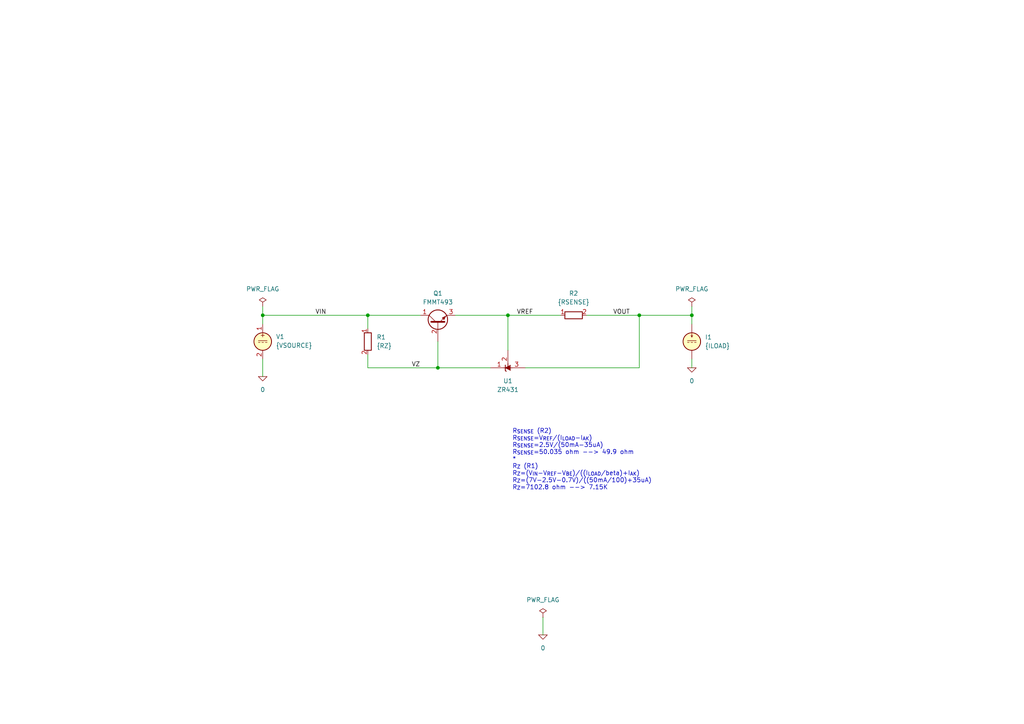
<source format=kicad_sch>
(kicad_sch
	(version 20231120)
	(generator "eeschema")
	(generator_version "8.0")
	(uuid "afc9b684-d7a0-4468-8d6b-b9e47b2a4e97")
	(paper "A4")
	(title_block
		(title "Overcurrent protection")
		(date "2024-12-26")
		(rev "1")
		(company "astroelectronic@")
		(comment 1 "-")
		(comment 2 "-")
		(comment 3 "-")
		(comment 4 "AE01020425")
	)
	(lib_symbols
		(symbol "R_1"
			(pin_names
				(offset 0) hide)
			(exclude_from_sim no)
			(in_bom yes)
			(on_board yes)
			(property "Reference" "R"
				(at 2.032 0 90)
				(effects
					(font
						(size 1.27 1.27)
					)
				)
			)
			(property "Value" "R"
				(at 0 0 90)
				(effects
					(font
						(size 1.27 1.27)
					)
				)
			)
			(property "Footprint" ""
				(at -1.778 0 90)
				(effects
					(font
						(size 1.27 1.27)
					)
					(hide yes)
				)
			)
			(property "Datasheet" "~"
				(at 0 0 0)
				(effects
					(font
						(size 1.27 1.27)
					)
					(hide yes)
				)
			)
			(property "Description" "Resistor"
				(at 0 0 0)
				(effects
					(font
						(size 1.27 1.27)
					)
					(hide yes)
				)
			)
			(property "ki_keywords" "R res resistor"
				(at 0 0 0)
				(effects
					(font
						(size 1.27 1.27)
					)
					(hide yes)
				)
			)
			(property "ki_fp_filters" "R_*"
				(at 0 0 0)
				(effects
					(font
						(size 1.27 1.27)
					)
					(hide yes)
				)
			)
			(symbol "R_1_0_1"
				(rectangle
					(start -1.016 -2.54)
					(end 1.016 2.54)
					(stroke
						(width 0.254)
						(type default)
					)
					(fill
						(type none)
					)
				)
			)
			(symbol "R_1_1_1"
				(pin passive line
					(at 0 3.81 270)
					(length 1.27)
					(name "~"
						(effects
							(font
								(size 1.27 1.27)
							)
						)
					)
					(number "1"
						(effects
							(font
								(size 1.27 1.27)
							)
						)
					)
				)
				(pin passive line
					(at 0 -3.81 90)
					(length 1.27)
					(name "~"
						(effects
							(font
								(size 1.27 1.27)
							)
						)
					)
					(number "2"
						(effects
							(font
								(size 1.27 1.27)
							)
						)
					)
				)
			)
		)
		(symbol "ZR431:0"
			(power)
			(pin_names
				(offset 0)
			)
			(exclude_from_sim no)
			(in_bom yes)
			(on_board yes)
			(property "Reference" "#GND"
				(at 0 -2.54 0)
				(effects
					(font
						(size 1.27 1.27)
					)
					(hide yes)
				)
			)
			(property "Value" "0"
				(at 0 -1.778 0)
				(effects
					(font
						(size 1.27 1.27)
					)
				)
			)
			(property "Footprint" ""
				(at 0 0 0)
				(effects
					(font
						(size 1.27 1.27)
					)
					(hide yes)
				)
			)
			(property "Datasheet" "~"
				(at 0 0 0)
				(effects
					(font
						(size 1.27 1.27)
					)
					(hide yes)
				)
			)
			(property "Description" "0V reference potential for simulation"
				(at 0 0 0)
				(effects
					(font
						(size 1.27 1.27)
					)
					(hide yes)
				)
			)
			(property "ki_keywords" "simulation"
				(at 0 0 0)
				(effects
					(font
						(size 1.27 1.27)
					)
					(hide yes)
				)
			)
			(symbol "0_0_1"
				(polyline
					(pts
						(xy -1.27 0) (xy 0 -1.27) (xy 1.27 0) (xy -1.27 0)
					)
					(stroke
						(width 0)
						(type default)
					)
					(fill
						(type none)
					)
				)
			)
			(symbol "0_1_1"
				(pin power_in line
					(at 0 0 0)
					(length 0) hide
					(name "0"
						(effects
							(font
								(size 1.016 1.016)
							)
						)
					)
					(number "1"
						(effects
							(font
								(size 1.016 1.016)
							)
						)
					)
				)
			)
		)
		(symbol "ZR431:IDC"
			(pin_numbers hide)
			(pin_names
				(offset 0.0254)
			)
			(exclude_from_sim no)
			(in_bom yes)
			(on_board yes)
			(property "Reference" "I"
				(at 2.54 2.54 0)
				(effects
					(font
						(size 1.27 1.27)
					)
					(justify left)
				)
			)
			(property "Value" "1"
				(at 2.54 0 0)
				(effects
					(font
						(size 1.27 1.27)
					)
					(justify left)
				)
			)
			(property "Footprint" ""
				(at 0 0 0)
				(effects
					(font
						(size 1.27 1.27)
					)
					(hide yes)
				)
			)
			(property "Datasheet" "~"
				(at 0 0 0)
				(effects
					(font
						(size 1.27 1.27)
					)
					(hide yes)
				)
			)
			(property "Description" "Current source, DC"
				(at 0 0 0)
				(effects
					(font
						(size 1.27 1.27)
					)
					(hide yes)
				)
			)
			(property "Sim.Pins" "1=+ 2=-"
				(at 0 0 0)
				(effects
					(font
						(size 1.27 1.27)
					)
					(hide yes)
				)
			)
			(property "Sim.Type" "DC"
				(at 0 0 0)
				(effects
					(font
						(size 1.27 1.27)
					)
					(hide yes)
				)
			)
			(property "Sim.Device" "I"
				(at 0 0 0)
				(effects
					(font
						(size 1.27 1.27)
					)
					(justify left)
					(hide yes)
				)
			)
			(property "Spice_Netlist_Enabled" "Y"
				(at 0 0 0)
				(effects
					(font
						(size 1.27 1.27)
					)
					(justify left)
					(hide yes)
				)
			)
			(property "ki_keywords" "simulation"
				(at 0 0 0)
				(effects
					(font
						(size 1.27 1.27)
					)
					(hide yes)
				)
			)
			(symbol "IDC_0_0"
				(polyline
					(pts
						(xy -1.27 0.254) (xy 1.27 0.254)
					)
					(stroke
						(width 0)
						(type default)
					)
					(fill
						(type none)
					)
				)
				(polyline
					(pts
						(xy -0.762 -0.254) (xy -1.27 -0.254)
					)
					(stroke
						(width 0)
						(type default)
					)
					(fill
						(type none)
					)
				)
				(polyline
					(pts
						(xy 0.254 -0.254) (xy -0.254 -0.254)
					)
					(stroke
						(width 0)
						(type default)
					)
					(fill
						(type none)
					)
				)
				(polyline
					(pts
						(xy 1.27 -0.254) (xy 0.762 -0.254)
					)
					(stroke
						(width 0)
						(type default)
					)
					(fill
						(type none)
					)
				)
			)
			(symbol "IDC_0_1"
				(polyline
					(pts
						(xy 0 1.27) (xy 0 2.286)
					)
					(stroke
						(width 0)
						(type default)
					)
					(fill
						(type none)
					)
				)
				(polyline
					(pts
						(xy -0.254 1.778) (xy 0 1.27) (xy 0.254 1.778)
					)
					(stroke
						(width 0)
						(type default)
					)
					(fill
						(type none)
					)
				)
				(circle
					(center 0 0)
					(radius 2.54)
					(stroke
						(width 0.254)
						(type default)
					)
					(fill
						(type background)
					)
				)
			)
			(symbol "IDC_1_1"
				(pin passive line
					(at 0 5.08 270)
					(length 2.54)
					(name "~"
						(effects
							(font
								(size 1.27 1.27)
							)
						)
					)
					(number "1"
						(effects
							(font
								(size 1.27 1.27)
							)
						)
					)
				)
				(pin passive line
					(at 0 -5.08 90)
					(length 2.54)
					(name "~"
						(effects
							(font
								(size 1.27 1.27)
							)
						)
					)
					(number "2"
						(effects
							(font
								(size 1.27 1.27)
							)
						)
					)
				)
			)
		)
		(symbol "ZR431:PWR_FLAG"
			(power)
			(pin_numbers hide)
			(pin_names
				(offset 0) hide)
			(exclude_from_sim no)
			(in_bom yes)
			(on_board yes)
			(property "Reference" "#FLG"
				(at 0 1.905 0)
				(effects
					(font
						(size 1.27 1.27)
					)
					(hide yes)
				)
			)
			(property "Value" "PWR_FLAG"
				(at 0 3.81 0)
				(effects
					(font
						(size 1.27 1.27)
					)
				)
			)
			(property "Footprint" ""
				(at 0 0 0)
				(effects
					(font
						(size 1.27 1.27)
					)
					(hide yes)
				)
			)
			(property "Datasheet" "~"
				(at 0 0 0)
				(effects
					(font
						(size 1.27 1.27)
					)
					(hide yes)
				)
			)
			(property "Description" "Special symbol for telling ERC where power comes from"
				(at 0 0 0)
				(effects
					(font
						(size 1.27 1.27)
					)
					(hide yes)
				)
			)
			(property "ki_keywords" "flag power"
				(at 0 0 0)
				(effects
					(font
						(size 1.27 1.27)
					)
					(hide yes)
				)
			)
			(symbol "PWR_FLAG_0_0"
				(pin power_out line
					(at 0 0 90)
					(length 0)
					(name "pwr"
						(effects
							(font
								(size 1.27 1.27)
							)
						)
					)
					(number "1"
						(effects
							(font
								(size 1.27 1.27)
							)
						)
					)
				)
			)
			(symbol "PWR_FLAG_0_1"
				(polyline
					(pts
						(xy 0 0) (xy 0 1.27) (xy -1.016 1.905) (xy 0 2.54) (xy 1.016 1.905) (xy 0 1.27)
					)
					(stroke
						(width 0)
						(type default)
					)
					(fill
						(type none)
					)
				)
			)
		)
		(symbol "ZR431:Q_NPN_CBE"
			(pin_names
				(offset 0) hide)
			(exclude_from_sim no)
			(in_bom yes)
			(on_board yes)
			(property "Reference" "Q"
				(at 5.08 1.27 0)
				(effects
					(font
						(size 1.27 1.27)
					)
					(justify left)
				)
			)
			(property "Value" "Q_NPN_CBE"
				(at 5.08 -1.27 0)
				(effects
					(font
						(size 1.27 1.27)
					)
					(justify left)
				)
			)
			(property "Footprint" ""
				(at 5.08 2.54 0)
				(effects
					(font
						(size 1.27 1.27)
					)
					(hide yes)
				)
			)
			(property "Datasheet" "~"
				(at 0 0 0)
				(effects
					(font
						(size 1.27 1.27)
					)
					(hide yes)
				)
			)
			(property "Description" "NPN transistor, collector/base/emitter"
				(at 0 0 0)
				(effects
					(font
						(size 1.27 1.27)
					)
					(hide yes)
				)
			)
			(property "ki_keywords" "transistor NPN"
				(at 0 0 0)
				(effects
					(font
						(size 1.27 1.27)
					)
					(hide yes)
				)
			)
			(symbol "Q_NPN_CBE_0_1"
				(polyline
					(pts
						(xy 0.635 0.635) (xy 2.54 2.54)
					)
					(stroke
						(width 0)
						(type default)
					)
					(fill
						(type none)
					)
				)
				(polyline
					(pts
						(xy 0.635 -0.635) (xy 2.54 -2.54) (xy 2.54 -2.54)
					)
					(stroke
						(width 0)
						(type default)
					)
					(fill
						(type none)
					)
				)
				(polyline
					(pts
						(xy 0.635 1.905) (xy 0.635 -1.905) (xy 0.635 -1.905)
					)
					(stroke
						(width 0.508)
						(type default)
					)
					(fill
						(type none)
					)
				)
				(polyline
					(pts
						(xy 1.27 -1.778) (xy 1.778 -1.27) (xy 2.286 -2.286) (xy 1.27 -1.778) (xy 1.27 -1.778)
					)
					(stroke
						(width 0)
						(type default)
					)
					(fill
						(type outline)
					)
				)
				(circle
					(center 1.27 0)
					(radius 2.8194)
					(stroke
						(width 0.254)
						(type default)
					)
					(fill
						(type none)
					)
				)
			)
			(symbol "Q_NPN_CBE_1_1"
				(pin passive line
					(at 2.54 5.08 270)
					(length 2.54)
					(name "C"
						(effects
							(font
								(size 1.27 1.27)
							)
						)
					)
					(number "1"
						(effects
							(font
								(size 1.27 1.27)
							)
						)
					)
				)
				(pin input line
					(at -5.08 0 0)
					(length 5.715)
					(name "B"
						(effects
							(font
								(size 1.27 1.27)
							)
						)
					)
					(number "2"
						(effects
							(font
								(size 1.27 1.27)
							)
						)
					)
				)
				(pin passive line
					(at 2.54 -5.08 90)
					(length 2.54)
					(name "E"
						(effects
							(font
								(size 1.27 1.27)
							)
						)
					)
					(number "3"
						(effects
							(font
								(size 1.27 1.27)
							)
						)
					)
				)
			)
		)
		(symbol "ZR431:R"
			(pin_names
				(offset 0) hide)
			(exclude_from_sim no)
			(in_bom yes)
			(on_board yes)
			(property "Reference" "R"
				(at 2.032 0 90)
				(effects
					(font
						(size 1.27 1.27)
					)
				)
			)
			(property "Value" "R"
				(at 0 0 90)
				(effects
					(font
						(size 1.27 1.27)
					)
				)
			)
			(property "Footprint" ""
				(at -1.778 0 90)
				(effects
					(font
						(size 1.27 1.27)
					)
					(hide yes)
				)
			)
			(property "Datasheet" "~"
				(at 0 0 0)
				(effects
					(font
						(size 1.27 1.27)
					)
					(hide yes)
				)
			)
			(property "Description" "Resistor"
				(at 0 0 0)
				(effects
					(font
						(size 1.27 1.27)
					)
					(hide yes)
				)
			)
			(property "ki_keywords" "R res resistor"
				(at 0 0 0)
				(effects
					(font
						(size 1.27 1.27)
					)
					(hide yes)
				)
			)
			(property "ki_fp_filters" "R_*"
				(at 0 0 0)
				(effects
					(font
						(size 1.27 1.27)
					)
					(hide yes)
				)
			)
			(symbol "R_0_1"
				(rectangle
					(start -1.016 -2.54)
					(end 1.016 2.54)
					(stroke
						(width 0.254)
						(type default)
					)
					(fill
						(type none)
					)
				)
			)
			(symbol "R_1_1"
				(pin passive line
					(at 0 3.81 270)
					(length 1.27)
					(name "~"
						(effects
							(font
								(size 1.27 1.27)
							)
						)
					)
					(number "1"
						(effects
							(font
								(size 1.27 1.27)
							)
						)
					)
				)
				(pin passive line
					(at 0 -3.81 90)
					(length 1.27)
					(name "~"
						(effects
							(font
								(size 1.27 1.27)
							)
						)
					)
					(number "2"
						(effects
							(font
								(size 1.27 1.27)
							)
						)
					)
				)
			)
		)
		(symbol "ZR431:VDC"
			(pin_names
				(offset 0.0254) hide)
			(exclude_from_sim no)
			(in_bom yes)
			(on_board yes)
			(property "Reference" "V"
				(at 2.54 2.54 0)
				(effects
					(font
						(size 1.27 1.27)
					)
					(justify left)
				)
			)
			(property "Value" "1"
				(at 2.54 0 0)
				(effects
					(font
						(size 1.27 1.27)
					)
					(justify left)
				)
			)
			(property "Footprint" ""
				(at 0 0 0)
				(effects
					(font
						(size 1.27 1.27)
					)
					(hide yes)
				)
			)
			(property "Datasheet" "~"
				(at 0 0 0)
				(effects
					(font
						(size 1.27 1.27)
					)
					(hide yes)
				)
			)
			(property "Description" "Voltage source, DC"
				(at 0 0 0)
				(effects
					(font
						(size 1.27 1.27)
					)
					(hide yes)
				)
			)
			(property "Sim.Pins" "1=+ 2=-"
				(at 0 0 0)
				(effects
					(font
						(size 1.27 1.27)
					)
					(hide yes)
				)
			)
			(property "Sim.Type" "DC"
				(at 0 0 0)
				(effects
					(font
						(size 1.27 1.27)
					)
					(hide yes)
				)
			)
			(property "Sim.Device" "V"
				(at 0 0 0)
				(effects
					(font
						(size 1.27 1.27)
					)
					(justify left)
					(hide yes)
				)
			)
			(property "Spice_Netlist_Enabled" "Y"
				(at 0 0 0)
				(effects
					(font
						(size 1.27 1.27)
					)
					(justify left)
					(hide yes)
				)
			)
			(property "ki_keywords" "simulation"
				(at 0 0 0)
				(effects
					(font
						(size 1.27 1.27)
					)
					(hide yes)
				)
			)
			(symbol "VDC_0_0"
				(polyline
					(pts
						(xy -1.27 0.254) (xy 1.27 0.254)
					)
					(stroke
						(width 0)
						(type default)
					)
					(fill
						(type none)
					)
				)
				(polyline
					(pts
						(xy -0.762 -0.254) (xy -1.27 -0.254)
					)
					(stroke
						(width 0)
						(type default)
					)
					(fill
						(type none)
					)
				)
				(polyline
					(pts
						(xy 0.254 -0.254) (xy -0.254 -0.254)
					)
					(stroke
						(width 0)
						(type default)
					)
					(fill
						(type none)
					)
				)
				(polyline
					(pts
						(xy 1.27 -0.254) (xy 0.762 -0.254)
					)
					(stroke
						(width 0)
						(type default)
					)
					(fill
						(type none)
					)
				)
				(text "+"
					(at 0 1.905 0)
					(effects
						(font
							(size 1.27 1.27)
						)
					)
				)
			)
			(symbol "VDC_0_1"
				(circle
					(center 0 0)
					(radius 2.54)
					(stroke
						(width 0.254)
						(type default)
					)
					(fill
						(type background)
					)
				)
			)
			(symbol "VDC_1_1"
				(pin passive line
					(at 0 5.08 270)
					(length 2.54)
					(name "~"
						(effects
							(font
								(size 1.27 1.27)
							)
						)
					)
					(number "1"
						(effects
							(font
								(size 1.27 1.27)
							)
						)
					)
				)
				(pin passive line
					(at 0 -5.08 90)
					(length 2.54)
					(name "~"
						(effects
							(font
								(size 1.27 1.27)
							)
						)
					)
					(number "2"
						(effects
							(font
								(size 1.27 1.27)
							)
						)
					)
				)
			)
		)
		(symbol "ZR431:ZR431"
			(pin_names hide)
			(exclude_from_sim no)
			(in_bom yes)
			(on_board yes)
			(property "Reference" "U"
				(at 0 -2.54 0)
				(effects
					(font
						(size 1.27 1.27)
					)
				)
			)
			(property "Value" "ZR431"
				(at 0 -4.445 0)
				(effects
					(font
						(size 1.27 1.27)
					)
				)
			)
			(property "Footprint" ""
				(at 0 -6.35 0)
				(effects
					(font
						(size 1.27 1.27)
						(italic yes)
					)
					(hide yes)
				)
			)
			(property "Datasheet" "https://www.diodes.com/assets/Datasheets/ZR431.pdf"
				(at 0 -6.35 0)
				(effects
					(font
						(size 1.27 1.27)
						(italic yes)
					)
					(hide yes)
				)
			)
			(property "Description" "Shunt Regulator, SOT-23, SOT-223"
				(at 0 0 0)
				(effects
					(font
						(size 1.27 1.27)
					)
					(hide yes)
				)
			)
			(property "ki_keywords" "diode device shunt regulator. Simulation."
				(at 0 0 0)
				(effects
					(font
						(size 1.27 1.27)
					)
					(hide yes)
				)
			)
			(property "ki_fp_filters" "SOIC?8*3.9x4.9mm*P1.27mm*"
				(at 0 0 0)
				(effects
					(font
						(size 1.27 1.27)
					)
					(hide yes)
				)
			)
			(symbol "ZR431_0_1"
				(polyline
					(pts
						(xy -1.27 0) (xy 0 0) (xy 1.27 0)
					)
					(stroke
						(width 0)
						(type default)
					)
					(fill
						(type none)
					)
				)
				(polyline
					(pts
						(xy -0.762 0.762) (xy 0.762 0) (xy -0.762 -0.762)
					)
					(stroke
						(width 0)
						(type default)
					)
					(fill
						(type outline)
					)
				)
				(polyline
					(pts
						(xy 0.508 -1.016) (xy 0.762 -0.762) (xy 0.762 0.762) (xy 0.762 0.762)
					)
					(stroke
						(width 0.254)
						(type default)
					)
					(fill
						(type none)
					)
				)
			)
			(symbol "ZR431_1_1"
				(polyline
					(pts
						(xy 0 1.27) (xy 0 0)
					)
					(stroke
						(width 0)
						(type default)
					)
					(fill
						(type none)
					)
				)
				(pin passive line
					(at 5.08 0 180)
					(length 5.08)
					(name "K"
						(effects
							(font
								(size 1.27 1.27)
							)
						)
					)
					(number "1"
						(effects
							(font
								(size 1.27 1.27)
							)
						)
					)
				)
				(pin passive line
					(at 0 5.08 270)
					(length 5.08)
					(name "REF"
						(effects
							(font
								(size 1.27 1.27)
							)
						)
					)
					(number "2"
						(effects
							(font
								(size 1.27 1.27)
							)
						)
					)
				)
				(pin passive line
					(at -5.08 0 0)
					(length 5.08)
					(name "A"
						(effects
							(font
								(size 1.27 1.27)
							)
						)
					)
					(number "3"
						(effects
							(font
								(size 1.27 1.27)
							)
						)
					)
				)
			)
		)
	)
	(junction
		(at 127 106.68)
		(diameter 0)
		(color 0 0 0 0)
		(uuid "09c7a249-f83f-4ab1-90eb-1df468c21c22")
	)
	(junction
		(at 106.68 91.44)
		(diameter 0)
		(color 0 0 0 0)
		(uuid "2f000772-faa0-43e7-957b-e3d5c2c7dee1")
	)
	(junction
		(at 76.2 91.44)
		(diameter 0)
		(color 0 0 0 0)
		(uuid "4399fada-0d1a-4792-8b7e-bd573d40f0e9")
	)
	(junction
		(at 185.42 91.44)
		(diameter 0)
		(color 0 0 0 0)
		(uuid "5544d16f-16a0-49d2-a7e8-e31e553534ad")
	)
	(junction
		(at 200.66 91.44)
		(diameter 0)
		(color 0 0 0 0)
		(uuid "880514ef-8800-444a-b056-f415880a2600")
	)
	(junction
		(at 147.32 91.44)
		(diameter 0)
		(color 0 0 0 0)
		(uuid "aa7ed310-903f-49e4-9e25-4bc27db681b8")
	)
	(wire
		(pts
			(xy 106.68 106.68) (xy 127 106.68)
		)
		(stroke
			(width 0)
			(type default)
		)
		(uuid "06a5f669-da20-4743-99bb-45965ac57d1c")
	)
	(wire
		(pts
			(xy 152.4 106.68) (xy 185.42 106.68)
		)
		(stroke
			(width 0)
			(type default)
		)
		(uuid "0cdd191c-5ac3-44b3-9f61-506badeb57ca")
	)
	(wire
		(pts
			(xy 185.42 91.44) (xy 200.66 91.44)
		)
		(stroke
			(width 0)
			(type default)
		)
		(uuid "26b6d931-ac1a-4279-9fa6-f76115b2a46e")
	)
	(wire
		(pts
			(xy 76.2 91.44) (xy 106.68 91.44)
		)
		(stroke
			(width 0)
			(type default)
		)
		(uuid "2a69c0ce-78f6-44b5-91c9-6cadff46c3fd")
	)
	(wire
		(pts
			(xy 170.18 91.44) (xy 185.42 91.44)
		)
		(stroke
			(width 0)
			(type default)
		)
		(uuid "37c11325-02ba-49dd-a003-2aaacd18d3a8")
	)
	(wire
		(pts
			(xy 157.48 179.07) (xy 157.48 184.15)
		)
		(stroke
			(width 0)
			(type default)
		)
		(uuid "38d15b43-e0ac-45eb-8ad4-75b27dd2e342")
	)
	(wire
		(pts
			(xy 147.32 91.44) (xy 147.32 101.6)
		)
		(stroke
			(width 0)
			(type default)
		)
		(uuid "41265d17-0fc8-4f9c-b830-1ded3d6beeaf")
	)
	(wire
		(pts
			(xy 76.2 104.14) (xy 76.2 109.22)
		)
		(stroke
			(width 0)
			(type default)
		)
		(uuid "493ed8f3-afba-43a6-b597-cbb3878a6472")
	)
	(wire
		(pts
			(xy 106.68 91.44) (xy 106.68 95.25)
		)
		(stroke
			(width 0)
			(type default)
		)
		(uuid "5413bdbf-89b9-4a96-bb79-a12d1fea6d32")
	)
	(wire
		(pts
			(xy 106.68 91.44) (xy 121.92 91.44)
		)
		(stroke
			(width 0)
			(type default)
		)
		(uuid "832e5624-c7cc-48c2-8ef2-9e31e94228d6")
	)
	(wire
		(pts
			(xy 200.66 91.44) (xy 200.66 93.98)
		)
		(stroke
			(width 0)
			(type default)
		)
		(uuid "8a1b117c-4c96-45f2-9c2c-b9f7e180449c")
	)
	(wire
		(pts
			(xy 76.2 93.98) (xy 76.2 91.44)
		)
		(stroke
			(width 0)
			(type default)
		)
		(uuid "93be0f2d-e24a-42df-b8e4-e253973f19fb")
	)
	(wire
		(pts
			(xy 127 106.68) (xy 127 99.06)
		)
		(stroke
			(width 0)
			(type default)
		)
		(uuid "9485494c-8dd8-4d1a-9cb1-0673a8a60656")
	)
	(wire
		(pts
			(xy 132.08 91.44) (xy 147.32 91.44)
		)
		(stroke
			(width 0)
			(type default)
		)
		(uuid "a15942f8-b98e-44b2-a1b7-47e995ba4007")
	)
	(wire
		(pts
			(xy 127 106.68) (xy 142.24 106.68)
		)
		(stroke
			(width 0)
			(type default)
		)
		(uuid "af521072-68f2-4d06-9555-d6d1bf2210ae")
	)
	(wire
		(pts
			(xy 106.68 102.87) (xy 106.68 106.68)
		)
		(stroke
			(width 0)
			(type default)
		)
		(uuid "d65a7907-a31b-4716-a6d6-d80b23a121ee")
	)
	(wire
		(pts
			(xy 200.66 88.9) (xy 200.66 91.44)
		)
		(stroke
			(width 0)
			(type default)
		)
		(uuid "d6b477f5-590d-4fa8-868f-435a4cbcd6bf")
	)
	(wire
		(pts
			(xy 147.32 91.44) (xy 162.56 91.44)
		)
		(stroke
			(width 0)
			(type default)
		)
		(uuid "d7c0938e-23f1-43ad-9381-44302e4f5d11")
	)
	(wire
		(pts
			(xy 185.42 106.68) (xy 185.42 91.44)
		)
		(stroke
			(width 0)
			(type default)
		)
		(uuid "dc4e057e-d1cd-435c-9e91-c5750bd53771")
	)
	(wire
		(pts
			(xy 76.2 88.9) (xy 76.2 91.44)
		)
		(stroke
			(width 0)
			(type default)
		)
		(uuid "de7e91e1-5e2e-4758-9a28-7172bdd71bb2")
	)
	(wire
		(pts
			(xy 200.66 104.14) (xy 200.66 106.68)
		)
		(stroke
			(width 0)
			(type default)
		)
		(uuid "e13d7332-5f34-456e-9842-5f026ca62b51")
	)
	(text "R_{SENSE} (R2)\nR_{SENSE}=V_{REF}/(I_{LOAD}-I_{AK})\nR_{SENSE}=2.5V/(50mA-35uA)\nR_{SENSE}=50.035 ohm --> 49.9 ohm\n*\nR_{Z} (R1)\nR_{Z}=(V_{IN}-V_{REF}-V_{BE})/((I_{LOAD}/beta)+I_{AK})\nR_{Z}=(7V-2.5V-0.7V)/((50mA/100)+35uA)\nR_{Z}=7102.8 ohm --> 7.15K"
		(exclude_from_sim no)
		(at 148.59 142.24 0)
		(effects
			(font
				(size 1.27 1.27)
			)
			(justify left bottom)
		)
		(uuid "c1cfa22e-c07e-4e4a-8e90-df900841c2f8")
	)
	(label "VOUT"
		(at 177.8 91.44 0)
		(fields_autoplaced yes)
		(effects
			(font
				(size 1.27 1.27)
			)
			(justify left bottom)
		)
		(uuid "45bcb668-ad79-4300-b2f8-a0e91f6354fa")
	)
	(label "VIN"
		(at 91.44 91.44 0)
		(fields_autoplaced yes)
		(effects
			(font
				(size 1.27 1.27)
			)
			(justify left bottom)
		)
		(uuid "8a6362c5-e82f-426a-9685-1c88b25b9119")
	)
	(label "VZ"
		(at 119.38 106.68 0)
		(fields_autoplaced yes)
		(effects
			(font
				(size 1.27 1.27)
			)
			(justify left bottom)
		)
		(uuid "8b69346c-f954-414c-88a2-8acd289200bb")
	)
	(label "VREF"
		(at 149.86 91.44 0)
		(fields_autoplaced yes)
		(effects
			(font
				(size 1.27 1.27)
			)
			(justify left bottom)
		)
		(uuid "cecb3549-cc22-4a19-9ddb-662f67993e33")
	)
	(symbol
		(lib_id "ZR431:Q_NPN_CBE")
		(at 127 93.98 90)
		(unit 1)
		(exclude_from_sim no)
		(in_bom yes)
		(on_board yes)
		(dnp no)
		(fields_autoplaced yes)
		(uuid "3e9cb35e-3775-4867-b72f-d408510e5288")
		(property "Reference" "Q1"
			(at 127 85.09 90)
			(effects
				(font
					(size 1.27 1.27)
				)
			)
		)
		(property "Value" "FMMT493"
			(at 127 87.63 90)
			(effects
				(font
					(size 1.27 1.27)
				)
			)
		)
		(property "Footprint" ""
			(at 124.46 88.9 0)
			(effects
				(font
					(size 1.27 1.27)
				)
				(hide yes)
			)
		)
		(property "Datasheet" "~"
			(at 127 93.98 0)
			(effects
				(font
					(size 1.27 1.27)
				)
				(hide yes)
			)
		)
		(property "Description" ""
			(at 127 93.98 0)
			(effects
				(font
					(size 1.27 1.27)
				)
				(hide yes)
			)
		)
		(property "Sim.Device" "NPN"
			(at 127 93.98 0)
			(effects
				(font
					(size 1.27 1.27)
				)
				(hide yes)
			)
		)
		(property "Sim.Pins" "1=C 2=B 3=E"
			(at 0 0 0)
			(effects
				(font
					(size 1.27 1.27)
				)
				(hide yes)
			)
		)
		(property "Sim.Library" "C:\\AE\\ZR431\\_models\\FMMT493.spice.txt"
			(at 127 93.98 0)
			(effects
				(font
					(size 1.27 1.27)
				)
				(hide yes)
			)
		)
		(property "Sim.Name" "FMMT493"
			(at 127 93.98 0)
			(effects
				(font
					(size 1.27 1.27)
				)
				(hide yes)
			)
		)
		(property "Sim.Type" "GUMMELPOON"
			(at 127 93.98 0)
			(effects
				(font
					(size 1.27 1.27)
				)
				(hide yes)
			)
		)
		(pin "1"
			(uuid "fa94a9f7-086e-4883-9d75-33f3d432b2a2")
		)
		(pin "2"
			(uuid "2846c986-535d-419b-aa48-9a411612db72")
		)
		(pin "3"
			(uuid "761de68d-c522-4ceb-8cef-5aaaf905b39b")
		)
		(instances
			(project ""
				(path "/afc9b684-d7a0-4468-8d6b-b9e47b2a4e97"
					(reference "Q1")
					(unit 1)
				)
			)
		)
	)
	(symbol
		(lib_name "ZR431:IDC")
		(lib_id "ZR431:IDC")
		(at 200.66 99.06 0)
		(unit 1)
		(exclude_from_sim no)
		(in_bom yes)
		(on_board yes)
		(dnp no)
		(fields_autoplaced yes)
		(uuid "41886598-c1d2-44fa-9857-c2d047b111a5")
		(property "Reference" "I1"
			(at 204.47 97.7899 0)
			(effects
				(font
					(size 1.27 1.27)
				)
				(justify left)
			)
		)
		(property "Value" "{ILOAD}"
			(at 204.47 100.3299 0)
			(effects
				(font
					(size 1.27 1.27)
				)
				(justify left)
			)
		)
		(property "Footprint" ""
			(at 200.66 99.06 0)
			(effects
				(font
					(size 1.27 1.27)
				)
				(hide yes)
			)
		)
		(property "Datasheet" "~"
			(at 200.66 99.06 0)
			(effects
				(font
					(size 1.27 1.27)
				)
				(hide yes)
			)
		)
		(property "Description" ""
			(at 200.66 99.06 0)
			(effects
				(font
					(size 1.27 1.27)
				)
				(hide yes)
			)
		)
		(property "Sim.Device" "SPICE"
			(at 200.66 99.06 0)
			(effects
				(font
					(size 1.27 1.27)
				)
				(justify left)
				(hide yes)
			)
		)
		(property "Sim.Params" "type=\"I\" model=\"{ILOAD}\" lib=\"\""
			(at 0 0 0)
			(effects
				(font
					(size 1.27 1.27)
				)
				(hide yes)
			)
		)
		(property "Sim.Pins" "1=1 2=2"
			(at 0 0 0)
			(effects
				(font
					(size 1.27 1.27)
				)
				(hide yes)
			)
		)
		(pin "1"
			(uuid "fff42a69-f46d-42b5-b55e-9cae9fd08113")
		)
		(pin "2"
			(uuid "febbf651-2ecf-4034-9769-7fb7be9d2516")
		)
		(instances
			(project ""
				(path "/afc9b684-d7a0-4468-8d6b-b9e47b2a4e97"
					(reference "I1")
					(unit 1)
				)
			)
		)
	)
	(symbol
		(lib_id "ZR431:0")
		(at 76.2 109.22 0)
		(unit 1)
		(exclude_from_sim no)
		(in_bom yes)
		(on_board yes)
		(dnp no)
		(fields_autoplaced yes)
		(uuid "4e56109a-f845-4950-9397-13e0f9109524")
		(property "Reference" "#GND01"
			(at 76.2 111.76 0)
			(effects
				(font
					(size 1.27 1.27)
				)
				(hide yes)
			)
		)
		(property "Value" "0"
			(at 76.2 113.03 0)
			(effects
				(font
					(size 1.27 1.27)
				)
			)
		)
		(property "Footprint" ""
			(at 76.2 109.22 0)
			(effects
				(font
					(size 1.27 1.27)
				)
				(hide yes)
			)
		)
		(property "Datasheet" "~"
			(at 76.2 109.22 0)
			(effects
				(font
					(size 1.27 1.27)
				)
				(hide yes)
			)
		)
		(property "Description" ""
			(at 76.2 109.22 0)
			(effects
				(font
					(size 1.27 1.27)
				)
				(hide yes)
			)
		)
		(pin "1"
			(uuid "e6dc6444-7220-4b00-95c2-5865975bd30a")
		)
		(instances
			(project ""
				(path "/afc9b684-d7a0-4468-8d6b-b9e47b2a4e97"
					(reference "#GND01")
					(unit 1)
				)
			)
		)
	)
	(symbol
		(lib_id "ZR431:0")
		(at 157.48 184.15 0)
		(unit 1)
		(exclude_from_sim no)
		(in_bom yes)
		(on_board yes)
		(dnp no)
		(fields_autoplaced yes)
		(uuid "5a8deed9-cc32-4d16-9f8a-dd174fc9966b")
		(property "Reference" "#GND02"
			(at 157.48 186.69 0)
			(effects
				(font
					(size 1.27 1.27)
				)
				(hide yes)
			)
		)
		(property "Value" "0"
			(at 157.48 187.96 0)
			(effects
				(font
					(size 1.27 1.27)
				)
			)
		)
		(property "Footprint" ""
			(at 157.48 184.15 0)
			(effects
				(font
					(size 1.27 1.27)
				)
				(hide yes)
			)
		)
		(property "Datasheet" "~"
			(at 157.48 184.15 0)
			(effects
				(font
					(size 1.27 1.27)
				)
				(hide yes)
			)
		)
		(property "Description" ""
			(at 157.48 184.15 0)
			(effects
				(font
					(size 1.27 1.27)
				)
				(hide yes)
			)
		)
		(pin "1"
			(uuid "7bdd22aa-5f42-42d8-8c88-390ad93f5788")
		)
		(instances
			(project ""
				(path "/afc9b684-d7a0-4468-8d6b-b9e47b2a4e97"
					(reference "#GND02")
					(unit 1)
				)
			)
		)
	)
	(symbol
		(lib_id "ZR431:PWR_FLAG")
		(at 200.66 88.9 0)
		(unit 1)
		(exclude_from_sim no)
		(in_bom yes)
		(on_board yes)
		(dnp no)
		(fields_autoplaced yes)
		(uuid "7076ea66-bc1c-4991-9508-4c17b7a6e29f")
		(property "Reference" "#FLG03"
			(at 200.66 86.995 0)
			(effects
				(font
					(size 1.27 1.27)
				)
				(hide yes)
			)
		)
		(property "Value" "PWR_FLAG"
			(at 200.66 83.82 0)
			(effects
				(font
					(size 1.27 1.27)
				)
			)
		)
		(property "Footprint" ""
			(at 200.66 88.9 0)
			(effects
				(font
					(size 1.27 1.27)
				)
				(hide yes)
			)
		)
		(property "Datasheet" "~"
			(at 200.66 88.9 0)
			(effects
				(font
					(size 1.27 1.27)
				)
				(hide yes)
			)
		)
		(property "Description" ""
			(at 200.66 88.9 0)
			(effects
				(font
					(size 1.27 1.27)
				)
				(hide yes)
			)
		)
		(pin "1"
			(uuid "8713173b-37f1-4f7a-8d2e-336bfd5f8e31")
		)
		(instances
			(project ""
				(path "/afc9b684-d7a0-4468-8d6b-b9e47b2a4e97"
					(reference "#FLG03")
					(unit 1)
				)
			)
		)
	)
	(symbol
		(lib_id "ZR431:PWR_FLAG")
		(at 157.48 179.07 0)
		(unit 1)
		(exclude_from_sim no)
		(in_bom yes)
		(on_board yes)
		(dnp no)
		(fields_autoplaced yes)
		(uuid "7b98ad52-c186-48ff-9ede-32e4c304a4e3")
		(property "Reference" "#FLG02"
			(at 157.48 177.165 0)
			(effects
				(font
					(size 1.27 1.27)
				)
				(hide yes)
			)
		)
		(property "Value" "PWR_FLAG"
			(at 157.48 173.99 0)
			(effects
				(font
					(size 1.27 1.27)
				)
			)
		)
		(property "Footprint" ""
			(at 157.48 179.07 0)
			(effects
				(font
					(size 1.27 1.27)
				)
				(hide yes)
			)
		)
		(property "Datasheet" "~"
			(at 157.48 179.07 0)
			(effects
				(font
					(size 1.27 1.27)
				)
				(hide yes)
			)
		)
		(property "Description" ""
			(at 157.48 179.07 0)
			(effects
				(font
					(size 1.27 1.27)
				)
				(hide yes)
			)
		)
		(pin "1"
			(uuid "13cf7bb7-59a0-4031-b6f1-5669551ba6e4")
		)
		(instances
			(project ""
				(path "/afc9b684-d7a0-4468-8d6b-b9e47b2a4e97"
					(reference "#FLG02")
					(unit 1)
				)
			)
		)
	)
	(symbol
		(lib_id "ZR431:ZR431")
		(at 147.32 106.68 0)
		(mirror y)
		(unit 1)
		(exclude_from_sim no)
		(in_bom yes)
		(on_board yes)
		(dnp no)
		(fields_autoplaced yes)
		(uuid "9cc84f9f-5c89-43e2-91cc-ebd4b38a3bef")
		(property "Reference" "U1"
			(at 147.32 110.49 0)
			(effects
				(font
					(size 1.27 1.27)
				)
			)
		)
		(property "Value" "ZR431"
			(at 147.32 113.03 0)
			(effects
				(font
					(size 1.27 1.27)
				)
			)
		)
		(property "Footprint" ""
			(at 147.32 113.03 0)
			(effects
				(font
					(size 1.27 1.27)
					(italic yes)
				)
				(hide yes)
			)
		)
		(property "Datasheet" "https://www.diodes.com/assets/Datasheets/ZR431.pdf"
			(at 147.32 113.03 0)
			(effects
				(font
					(size 1.27 1.27)
					(italic yes)
				)
				(hide yes)
			)
		)
		(property "Description" ""
			(at 147.32 106.68 0)
			(effects
				(font
					(size 1.27 1.27)
				)
				(hide yes)
			)
		)
		(property "Sim.Device" "SUBCKT"
			(at 147.32 106.68 0)
			(effects
				(font
					(size 1.27 1.27)
				)
				(hide yes)
			)
		)
		(property "Sim.Pins" "1=1 2=2 3=3"
			(at 0 0 0)
			(effects
				(font
					(size 1.27 1.27)
				)
				(hide yes)
			)
		)
		(property "Sim.Library" "C:\\AE\\ZR431\\_models\\ZR431.spice.txt"
			(at 147.32 106.68 0)
			(effects
				(font
					(size 1.27 1.27)
				)
				(hide yes)
			)
		)
		(property "Sim.Name" "ZR431"
			(at 147.32 106.68 0)
			(effects
				(font
					(size 1.27 1.27)
				)
				(hide yes)
			)
		)
		(pin "1"
			(uuid "15cca38f-c23b-4717-8420-9de7a48e778e")
		)
		(pin "2"
			(uuid "7a8dbb8f-821b-4b60-a178-c6a212e6c5cb")
		)
		(pin "3"
			(uuid "04451da0-2990-4174-b442-bfe48fc386d9")
		)
		(instances
			(project ""
				(path "/afc9b684-d7a0-4468-8d6b-b9e47b2a4e97"
					(reference "U1")
					(unit 1)
				)
			)
		)
	)
	(symbol
		(lib_name "R_1")
		(lib_id "ZR431:R_1")
		(at 106.68 99.06 0)
		(unit 1)
		(exclude_from_sim no)
		(in_bom yes)
		(on_board yes)
		(dnp no)
		(fields_autoplaced yes)
		(uuid "9f881c8f-08f1-461d-b017-01f985a95154")
		(property "Reference" "R1"
			(at 109.22 97.7899 0)
			(effects
				(font
					(size 1.27 1.27)
				)
				(justify left)
			)
		)
		(property "Value" "{RZ}"
			(at 109.22 100.3299 0)
			(effects
				(font
					(size 1.27 1.27)
				)
				(justify left)
			)
		)
		(property "Footprint" ""
			(at 104.902 99.06 90)
			(effects
				(font
					(size 1.27 1.27)
				)
				(hide yes)
			)
		)
		(property "Datasheet" "~"
			(at 106.68 99.06 0)
			(effects
				(font
					(size 1.27 1.27)
				)
				(hide yes)
			)
		)
		(property "Description" ""
			(at 106.68 99.06 0)
			(effects
				(font
					(size 1.27 1.27)
				)
				(hide yes)
			)
		)
		(pin "1"
			(uuid "1721eb87-6775-4d59-be03-a70d57dc410f")
		)
		(pin "2"
			(uuid "831be97e-b1d5-4ec7-ae46-f8f56c81df2f")
		)
		(instances
			(project ""
				(path "/afc9b684-d7a0-4468-8d6b-b9e47b2a4e97"
					(reference "R1")
					(unit 1)
				)
			)
		)
	)
	(symbol
		(lib_id "ZR431:R")
		(at 166.37 91.44 90)
		(unit 1)
		(exclude_from_sim no)
		(in_bom yes)
		(on_board yes)
		(dnp no)
		(fields_autoplaced yes)
		(uuid "d5f53e23-2f26-4c7f-a579-f13fe19c9ee5")
		(property "Reference" "R2"
			(at 166.37 85.09 90)
			(effects
				(font
					(size 1.27 1.27)
				)
			)
		)
		(property "Value" "{RSENSE}"
			(at 166.37 87.63 90)
			(effects
				(font
					(size 1.27 1.27)
				)
			)
		)
		(property "Footprint" ""
			(at 166.37 93.218 90)
			(effects
				(font
					(size 1.27 1.27)
				)
				(hide yes)
			)
		)
		(property "Datasheet" "~"
			(at 166.37 91.44 0)
			(effects
				(font
					(size 1.27 1.27)
				)
				(hide yes)
			)
		)
		(property "Description" ""
			(at 166.37 91.44 0)
			(effects
				(font
					(size 1.27 1.27)
				)
				(hide yes)
			)
		)
		(pin "1"
			(uuid "47c09912-4572-45fb-befa-121b17fd09d6")
		)
		(pin "2"
			(uuid "57a2c80e-c440-4899-ae40-2928e5e7f20b")
		)
		(instances
			(project ""
				(path "/afc9b684-d7a0-4468-8d6b-b9e47b2a4e97"
					(reference "R2")
					(unit 1)
				)
			)
		)
	)
	(symbol
		(lib_id "ZR431:PWR_FLAG")
		(at 76.2 88.9 0)
		(unit 1)
		(exclude_from_sim no)
		(in_bom yes)
		(on_board yes)
		(dnp no)
		(fields_autoplaced yes)
		(uuid "f24a7522-da78-4426-b37a-b9cdb13fcc9d")
		(property "Reference" "#FLG01"
			(at 76.2 86.995 0)
			(effects
				(font
					(size 1.27 1.27)
				)
				(hide yes)
			)
		)
		(property "Value" "PWR_FLAG"
			(at 76.2 83.82 0)
			(effects
				(font
					(size 1.27 1.27)
				)
			)
		)
		(property "Footprint" ""
			(at 76.2 88.9 0)
			(effects
				(font
					(size 1.27 1.27)
				)
				(hide yes)
			)
		)
		(property "Datasheet" "~"
			(at 76.2 88.9 0)
			(effects
				(font
					(size 1.27 1.27)
				)
				(hide yes)
			)
		)
		(property "Description" ""
			(at 76.2 88.9 0)
			(effects
				(font
					(size 1.27 1.27)
				)
				(hide yes)
			)
		)
		(pin "1"
			(uuid "b746a60b-07a7-41d4-b453-8d1547232e1b")
		)
		(instances
			(project ""
				(path "/afc9b684-d7a0-4468-8d6b-b9e47b2a4e97"
					(reference "#FLG01")
					(unit 1)
				)
			)
		)
	)
	(symbol
		(lib_name "ZR431:VDC")
		(lib_id "ZR431:VDC")
		(at 76.2 99.06 0)
		(unit 1)
		(exclude_from_sim no)
		(in_bom yes)
		(on_board yes)
		(dnp no)
		(fields_autoplaced yes)
		(uuid "f57d2615-f820-4ee5-8999-170aa776acf0")
		(property "Reference" "V1"
			(at 80.01 97.6601 0)
			(effects
				(font
					(size 1.27 1.27)
				)
				(justify left)
			)
		)
		(property "Value" "{VSOURCE}"
			(at 80.01 100.2001 0)
			(effects
				(font
					(size 1.27 1.27)
				)
				(justify left)
			)
		)
		(property "Footprint" ""
			(at 76.2 99.06 0)
			(effects
				(font
					(size 1.27 1.27)
				)
				(hide yes)
			)
		)
		(property "Datasheet" "~"
			(at 76.2 99.06 0)
			(effects
				(font
					(size 1.27 1.27)
				)
				(hide yes)
			)
		)
		(property "Description" ""
			(at 76.2 99.06 0)
			(effects
				(font
					(size 1.27 1.27)
				)
				(hide yes)
			)
		)
		(property "Sim.Device" "SPICE"
			(at 76.2 99.06 0)
			(effects
				(font
					(size 1.27 1.27)
				)
				(justify left)
				(hide yes)
			)
		)
		(property "Sim.Params" "type=\"V\" model=\"{VSOURCE}\" lib=\"\""
			(at 0 0 0)
			(effects
				(font
					(size 1.27 1.27)
				)
				(hide yes)
			)
		)
		(property "Sim.Pins" "1=1 2=2"
			(at 0 0 0)
			(effects
				(font
					(size 1.27 1.27)
				)
				(hide yes)
			)
		)
		(pin "1"
			(uuid "158b857e-fae0-4dd4-a498-46cc120d76d7")
		)
		(pin "2"
			(uuid "74ebffe6-3881-45f6-8e8a-db5bbfe0effe")
		)
		(instances
			(project ""
				(path "/afc9b684-d7a0-4468-8d6b-b9e47b2a4e97"
					(reference "V1")
					(unit 1)
				)
			)
		)
	)
	(symbol
		(lib_id "ZR431:0")
		(at 200.66 106.68 0)
		(unit 1)
		(exclude_from_sim no)
		(in_bom yes)
		(on_board yes)
		(dnp no)
		(fields_autoplaced yes)
		(uuid "fc28eb8b-99cb-4a03-a386-fb0e94b505d4")
		(property "Reference" "#GND03"
			(at 200.66 109.22 0)
			(effects
				(font
					(size 1.27 1.27)
				)
				(hide yes)
			)
		)
		(property "Value" "0"
			(at 200.66 110.49 0)
			(effects
				(font
					(size 1.27 1.27)
				)
			)
		)
		(property "Footprint" ""
			(at 200.66 106.68 0)
			(effects
				(font
					(size 1.27 1.27)
				)
				(hide yes)
			)
		)
		(property "Datasheet" "~"
			(at 200.66 106.68 0)
			(effects
				(font
					(size 1.27 1.27)
				)
				(hide yes)
			)
		)
		(property "Description" ""
			(at 200.66 106.68 0)
			(effects
				(font
					(size 1.27 1.27)
				)
				(hide yes)
			)
		)
		(pin "1"
			(uuid "d30baafc-727a-47cd-a6a6-7afe90b901fb")
		)
		(instances
			(project ""
				(path "/afc9b684-d7a0-4468-8d6b-b9e47b2a4e97"
					(reference "#GND03")
					(unit 1)
				)
			)
		)
	)
	(sheet_instances
		(path "/"
			(page "1")
		)
	)
)

</source>
